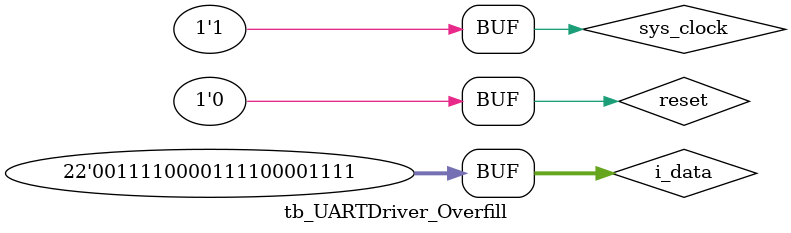
<source format=v>
/*
Test what happens when the FIFO is fully filled and then fully emptied.
*/
`timescale 1us/1ns
module tb_UARTDriver_Overfill();
	
	reg reset;
	reg sys_clock;
	wire UART_TX;
	wire UART_send;
	reg [21:0] i_data;
	
	reg [14:0] counter;
	
	/*module UARTDriver(	input sys_clock,
							input reset,
							input UART_TX,
							input UART_send,
							input new_frame,
							input [21:0] i_data);*/
	UARTDriver OverfillTest(sys_clock, reset, UART_TX, UART_send, new_frame, i_data);
	
	
	initial begin
		reset = 1'b1;
		i_data = 22'h0f0f0f;
		#30;
		reset = 1'b0;
	end
	
	initial counter = 15'd0;
	always @(posedge sys_clock) counter <= reset ? 15'd0 : counter + 15'd1;
	assign UART_send = counter[6];
							
	always begin
		sys_clock = 1'b0;
		#5;
		sys_clock = 1'b1;
		#5;
	end
	
endmodule 
</source>
